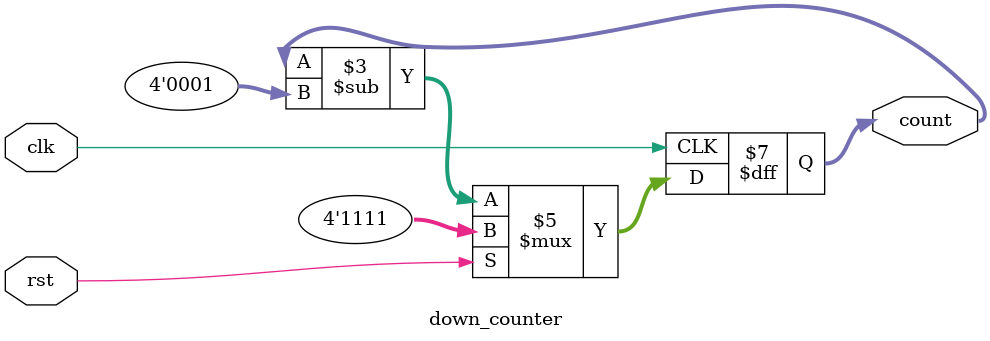
<source format=v>
`timescale 1ns / 1ps


module down_counter(
 input clk,rst,
 output reg [3:0]count
    );
    
    // dowm counter
 always @(posedge clk)
  begin
 	if(!rst)
		count <= count - 4'h1;
	else
		count <= 4'hF;
 end
 
endmodule

</source>
